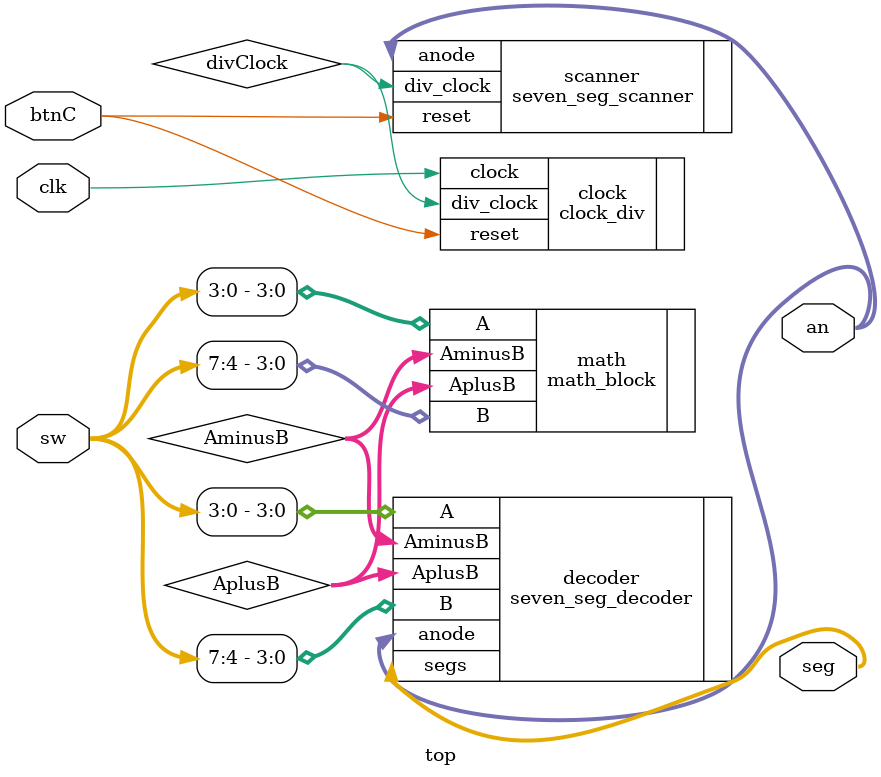
<source format=v>
module top
#(
    parameter DIVIDE_BY = 17 // Use this when passing in to your clock div!
    // The test bench will set it appropriately for testing
)
(
    input [7:0] sw, // A and B
    input clk, // 100 MHz board clock
    input btnC, // Reset
    output [3:0] an, // 7seg anodes
    output [6:0] seg // 7seg segments
);

    wire divClock;
    wire [3:0] AplusB;
    wire [3:0] AminusB;

    // Instantiate the clock divider...
    // ... wire it up to the scanner
    // ... wire the scanner to the decoder
    
    clock_div #(.DIVIDE_BY(DIVIDE_BY))clock (
      .clock(clk),
      .reset(btnC),
      .div_clock(divClock)
    );
    
    seven_seg_scanner scanner(
        .div_clock(divClock),
        .reset(btnC),
        .anode(an)
    );
    
    seven_seg_decoder decoder(
        .A(sw[3:0]),
        .B(sw[7:4]),
        .AplusB(AplusB),
        .AminusB(AminusB),
        .anode(an),
        .segs(seg)
    );

    // Wire up the math block into the decoder
    math_block math(
        .A(sw[3:0]),
        .B(sw[7:4]),
        .AplusB(AplusB),
        .AminusB(AminusB)
    );

    // Do not forget to wire up resets!!

endmodule
</source>
